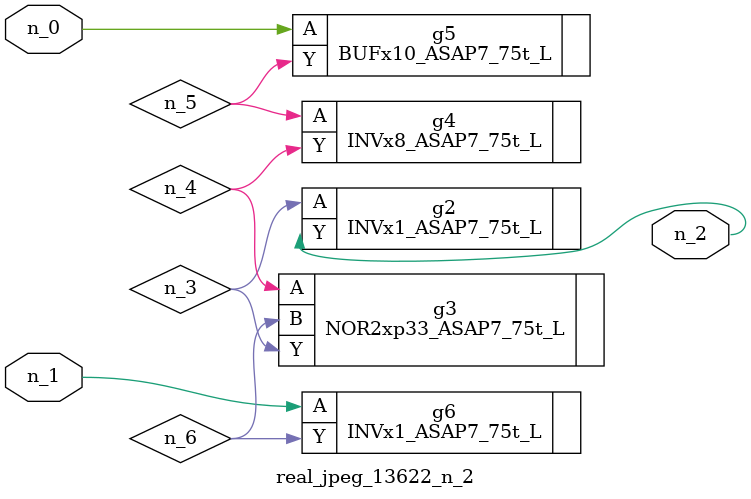
<source format=v>
module real_jpeg_13622_n_2 (n_1, n_0, n_2);

input n_1;
input n_0;

output n_2;

wire n_5;
wire n_4;
wire n_6;
wire n_3;

BUFx10_ASAP7_75t_L g5 ( 
.A(n_0),
.Y(n_5)
);

INVx1_ASAP7_75t_L g6 ( 
.A(n_1),
.Y(n_6)
);

INVx1_ASAP7_75t_L g2 ( 
.A(n_3),
.Y(n_2)
);

NOR2xp33_ASAP7_75t_L g3 ( 
.A(n_4),
.B(n_6),
.Y(n_3)
);

INVx8_ASAP7_75t_L g4 ( 
.A(n_5),
.Y(n_4)
);


endmodule
</source>
